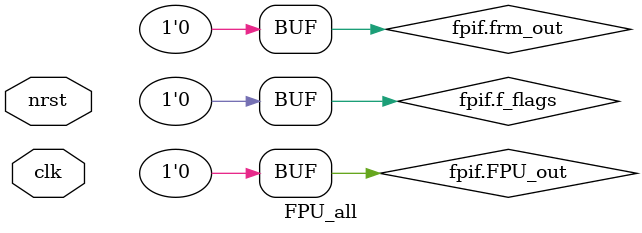
<source format=sv>
`include "FPU_all_if.vh"
`include "f_register_file_if.vh"

module FPU_all
(
 input 	       clk,
 input 	       nrst,
 FPU_all_if.fp fpif 
 );

// all outputs set to '0

assign fpif.FPU_out = '0;
assign fpif.f_flags = '0;
assign fpif.frm_out = '0;

endmodule

</source>
